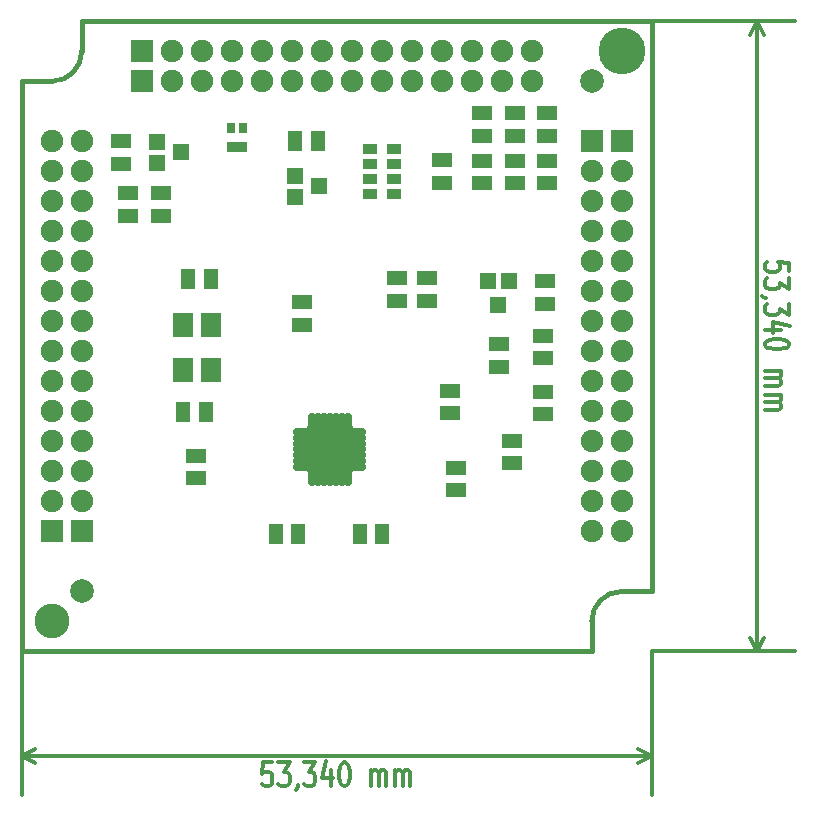
<source format=gts>
G04 (created by PCBNEW (2013-mar-13)-testing) date Fri 28 Jun 2013 11:02:49 AM CEST*
%MOIN*%
G04 Gerber Fmt 3.4, Leading zero omitted, Abs format*
%FSLAX34Y34*%
G01*
G70*
G90*
G04 APERTURE LIST*
%ADD10C,0.005906*%
%ADD11C,0.015000*%
%ADD12C,0.012000*%
%ADD13C,0.116000*%
%ADD14R,0.052000X0.052000*%
%ADD15R,0.027800X0.035700*%
%ADD16O,0.027000X0.055400*%
%ADD17O,0.055400X0.027000*%
%ADD18R,0.153800X0.153800*%
%ADD19R,0.047500X0.035700*%
%ADD20R,0.067200X0.079000*%
%ADD21C,0.078740*%
%ADD22C,0.156000*%
%ADD23C,0.075100*%
%ADD24R,0.075100X0.075100*%
%ADD25R,0.071000X0.051000*%
%ADD26R,0.051000X0.071000*%
G04 APERTURE END LIST*
G54D10*
G54D11*
X21000Y-19000D02*
X40000Y-19000D01*
X21000Y-19500D02*
X21000Y-19000D01*
X19000Y-21000D02*
X19500Y-21000D01*
X19000Y-40000D02*
X19000Y-21000D01*
X40000Y-19000D02*
X40000Y-38000D01*
X38000Y-40000D02*
X19000Y-40000D01*
X38000Y-39000D02*
X38000Y-40000D01*
X40000Y-38000D02*
X39000Y-38000D01*
X39000Y-38000D02*
G75*
G03X38000Y-39000I0J-1000D01*
G74*
G01*
X21000Y-19500D02*
X21000Y-20000D01*
X19500Y-21000D02*
X20000Y-21000D01*
X20000Y-21000D02*
G75*
G03X21000Y-20000I0J1000D01*
G74*
G01*
G54D12*
X27328Y-43700D02*
X27042Y-43700D01*
X27014Y-44081D01*
X27042Y-44043D01*
X27099Y-44005D01*
X27242Y-44005D01*
X27299Y-44043D01*
X27328Y-44081D01*
X27357Y-44158D01*
X27357Y-44348D01*
X27328Y-44424D01*
X27299Y-44462D01*
X27242Y-44500D01*
X27099Y-44500D01*
X27042Y-44462D01*
X27014Y-44424D01*
X27557Y-43700D02*
X27928Y-43700D01*
X27728Y-44005D01*
X27814Y-44005D01*
X27871Y-44043D01*
X27899Y-44081D01*
X27928Y-44158D01*
X27928Y-44348D01*
X27899Y-44424D01*
X27871Y-44462D01*
X27814Y-44500D01*
X27642Y-44500D01*
X27585Y-44462D01*
X27557Y-44424D01*
X28214Y-44462D02*
X28214Y-44500D01*
X28185Y-44577D01*
X28157Y-44615D01*
X28414Y-43700D02*
X28785Y-43700D01*
X28585Y-44005D01*
X28671Y-44005D01*
X28728Y-44043D01*
X28757Y-44081D01*
X28785Y-44158D01*
X28785Y-44348D01*
X28757Y-44424D01*
X28728Y-44462D01*
X28671Y-44500D01*
X28500Y-44500D01*
X28442Y-44462D01*
X28414Y-44424D01*
X29300Y-43967D02*
X29300Y-44500D01*
X29157Y-43662D02*
X29014Y-44234D01*
X29385Y-44234D01*
X29728Y-43700D02*
X29785Y-43700D01*
X29842Y-43739D01*
X29871Y-43777D01*
X29900Y-43853D01*
X29928Y-44005D01*
X29928Y-44196D01*
X29900Y-44348D01*
X29871Y-44424D01*
X29842Y-44462D01*
X29785Y-44500D01*
X29728Y-44500D01*
X29671Y-44462D01*
X29642Y-44424D01*
X29614Y-44348D01*
X29585Y-44196D01*
X29585Y-44005D01*
X29614Y-43853D01*
X29642Y-43777D01*
X29671Y-43739D01*
X29728Y-43700D01*
X30642Y-44500D02*
X30642Y-43967D01*
X30642Y-44043D02*
X30671Y-44005D01*
X30728Y-43967D01*
X30814Y-43967D01*
X30871Y-44005D01*
X30900Y-44081D01*
X30900Y-44500D01*
X30900Y-44081D02*
X30928Y-44005D01*
X30985Y-43967D01*
X31071Y-43967D01*
X31128Y-44005D01*
X31157Y-44081D01*
X31157Y-44500D01*
X31442Y-44500D02*
X31442Y-43967D01*
X31442Y-44043D02*
X31471Y-44005D01*
X31528Y-43967D01*
X31614Y-43967D01*
X31671Y-44005D01*
X31700Y-44081D01*
X31700Y-44500D01*
X31700Y-44081D02*
X31728Y-44005D01*
X31785Y-43967D01*
X31871Y-43967D01*
X31928Y-44005D01*
X31957Y-44081D01*
X31957Y-44500D01*
X19000Y-43499D02*
X40000Y-43499D01*
X19000Y-40000D02*
X19000Y-44779D01*
X40000Y-40000D02*
X40000Y-44779D01*
X40000Y-43499D02*
X39557Y-43729D01*
X40000Y-43499D02*
X39557Y-43269D01*
X19000Y-43499D02*
X19443Y-43729D01*
X19000Y-43499D02*
X19443Y-43269D01*
X44577Y-27328D02*
X44577Y-27042D01*
X44196Y-27014D01*
X44234Y-27042D01*
X44272Y-27099D01*
X44272Y-27242D01*
X44234Y-27299D01*
X44196Y-27328D01*
X44119Y-27357D01*
X43929Y-27357D01*
X43853Y-27328D01*
X43815Y-27299D01*
X43777Y-27242D01*
X43777Y-27099D01*
X43815Y-27042D01*
X43853Y-27014D01*
X44577Y-27557D02*
X44577Y-27928D01*
X44272Y-27728D01*
X44272Y-27814D01*
X44234Y-27871D01*
X44196Y-27899D01*
X44119Y-27928D01*
X43929Y-27928D01*
X43853Y-27899D01*
X43815Y-27871D01*
X43777Y-27814D01*
X43777Y-27642D01*
X43815Y-27585D01*
X43853Y-27557D01*
X43815Y-28214D02*
X43777Y-28214D01*
X43700Y-28185D01*
X43662Y-28157D01*
X44577Y-28414D02*
X44577Y-28785D01*
X44272Y-28585D01*
X44272Y-28671D01*
X44234Y-28728D01*
X44196Y-28757D01*
X44119Y-28785D01*
X43929Y-28785D01*
X43853Y-28757D01*
X43815Y-28728D01*
X43777Y-28671D01*
X43777Y-28500D01*
X43815Y-28442D01*
X43853Y-28414D01*
X44310Y-29300D02*
X43777Y-29300D01*
X44615Y-29157D02*
X44043Y-29014D01*
X44043Y-29385D01*
X44577Y-29728D02*
X44577Y-29785D01*
X44539Y-29842D01*
X44500Y-29871D01*
X44424Y-29900D01*
X44272Y-29928D01*
X44081Y-29928D01*
X43929Y-29900D01*
X43853Y-29871D01*
X43815Y-29842D01*
X43777Y-29785D01*
X43777Y-29728D01*
X43815Y-29671D01*
X43853Y-29642D01*
X43929Y-29614D01*
X44081Y-29585D01*
X44272Y-29585D01*
X44424Y-29614D01*
X44500Y-29642D01*
X44539Y-29671D01*
X44577Y-29728D01*
X43777Y-30642D02*
X44310Y-30642D01*
X44234Y-30642D02*
X44272Y-30671D01*
X44310Y-30728D01*
X44310Y-30814D01*
X44272Y-30871D01*
X44196Y-30900D01*
X43777Y-30900D01*
X44196Y-30900D02*
X44272Y-30928D01*
X44310Y-30985D01*
X44310Y-31071D01*
X44272Y-31128D01*
X44196Y-31157D01*
X43777Y-31157D01*
X43777Y-31442D02*
X44310Y-31442D01*
X44234Y-31442D02*
X44272Y-31471D01*
X44310Y-31528D01*
X44310Y-31614D01*
X44272Y-31671D01*
X44196Y-31700D01*
X43777Y-31700D01*
X44196Y-31700D02*
X44272Y-31728D01*
X44310Y-31785D01*
X44310Y-31871D01*
X44272Y-31928D01*
X44196Y-31957D01*
X43777Y-31957D01*
X43499Y-19000D02*
X43499Y-40000D01*
X40000Y-19000D02*
X44779Y-19000D01*
X40000Y-40000D02*
X44779Y-40000D01*
X43499Y-40000D02*
X43269Y-39557D01*
X43499Y-40000D02*
X43729Y-39557D01*
X43499Y-19000D02*
X43269Y-19443D01*
X43499Y-19000D02*
X43729Y-19443D01*
G54D13*
X20000Y-39000D03*
G54D14*
X34543Y-27641D03*
X35243Y-27641D03*
X34893Y-28441D03*
X28100Y-24850D03*
X28100Y-24150D03*
X28900Y-24500D03*
X23508Y-23706D03*
X23508Y-23006D03*
X24308Y-23356D03*
G54D15*
X25975Y-22549D03*
X26369Y-22549D03*
X26369Y-23179D03*
X26172Y-23179D03*
X25975Y-23179D03*
G54D16*
X28679Y-32325D03*
X29664Y-32325D03*
X29861Y-32325D03*
X29270Y-32325D03*
X29467Y-32325D03*
X29073Y-32325D03*
X28876Y-32325D03*
X28876Y-34215D03*
X29073Y-34215D03*
X29467Y-34215D03*
X29270Y-34215D03*
X29664Y-34215D03*
X29861Y-34215D03*
X28679Y-34215D03*
G54D17*
X30215Y-33270D03*
X30215Y-33467D03*
X30215Y-33861D03*
X30215Y-33664D03*
X30215Y-32876D03*
X30215Y-33073D03*
X30215Y-32679D03*
X28325Y-32679D03*
X28325Y-33073D03*
X28325Y-32876D03*
X28325Y-33664D03*
X28325Y-33861D03*
X28325Y-33467D03*
X28325Y-33270D03*
G54D18*
X29270Y-33270D03*
G54D19*
X31394Y-23262D03*
X31394Y-23754D03*
X31394Y-24738D03*
X31394Y-24246D03*
X30606Y-24246D03*
X30606Y-24738D03*
X30606Y-23754D03*
X30606Y-23262D03*
G54D20*
X25295Y-29133D03*
X25295Y-30629D03*
X24389Y-30629D03*
X24389Y-29133D03*
G54D21*
X21000Y-38000D03*
X38000Y-21000D03*
G54D22*
X39000Y-20000D03*
G54D23*
X36000Y-21000D03*
X35000Y-21000D03*
X34000Y-21000D03*
X33000Y-21000D03*
X32000Y-21000D03*
X31000Y-21000D03*
X30000Y-21000D03*
X29000Y-21000D03*
X28000Y-21000D03*
X27000Y-21000D03*
X26000Y-21000D03*
X25000Y-21000D03*
X24000Y-21000D03*
G54D24*
X23000Y-21000D03*
X23000Y-20000D03*
G54D23*
X24000Y-20000D03*
X25000Y-20000D03*
X26000Y-20000D03*
X27000Y-20000D03*
X28000Y-20000D03*
X29000Y-20000D03*
X30000Y-20000D03*
X31000Y-20000D03*
X32000Y-20000D03*
X33000Y-20000D03*
X34000Y-20000D03*
X35000Y-20000D03*
X36000Y-20000D03*
X21000Y-23000D03*
X21000Y-24000D03*
X21000Y-25000D03*
X21000Y-26000D03*
X21000Y-27000D03*
X21000Y-28000D03*
X21000Y-29000D03*
X21000Y-30000D03*
X21000Y-31000D03*
X21000Y-32000D03*
X21000Y-33000D03*
X21000Y-34000D03*
X21000Y-35000D03*
G54D24*
X21000Y-36000D03*
X20000Y-36000D03*
G54D23*
X20000Y-35000D03*
X20000Y-34000D03*
X20000Y-33000D03*
X20000Y-32000D03*
X20000Y-31000D03*
X20000Y-30000D03*
X20000Y-29000D03*
X20000Y-28000D03*
X20000Y-27000D03*
X20000Y-26000D03*
X20000Y-25000D03*
X20000Y-24000D03*
X20000Y-23000D03*
X38000Y-36000D03*
X38000Y-35000D03*
X38000Y-34000D03*
X38000Y-33000D03*
X38000Y-32000D03*
X38000Y-31000D03*
X38000Y-30000D03*
X38000Y-29000D03*
X38000Y-28000D03*
X38000Y-27000D03*
X38000Y-26000D03*
X38000Y-25000D03*
X38000Y-24000D03*
G54D24*
X38000Y-23000D03*
X39000Y-23000D03*
G54D23*
X39000Y-24000D03*
X39000Y-25000D03*
X39000Y-26000D03*
X39000Y-27000D03*
X39000Y-28000D03*
X39000Y-29000D03*
X39000Y-30000D03*
X39000Y-31000D03*
X39000Y-32000D03*
X39000Y-33000D03*
X39000Y-34000D03*
X39000Y-35000D03*
X39000Y-36000D03*
G54D25*
X34922Y-30513D03*
X34922Y-29763D03*
G54D26*
X28125Y-23000D03*
X28875Y-23000D03*
G54D25*
X23632Y-25474D03*
X23632Y-24724D03*
X22304Y-22991D03*
X22304Y-23741D03*
X33000Y-23625D03*
X33000Y-24375D03*
G54D26*
X30275Y-36100D03*
X31025Y-36100D03*
X28225Y-36100D03*
X27475Y-36100D03*
G54D25*
X31502Y-28306D03*
X31502Y-27556D03*
X32502Y-28306D03*
X32502Y-27556D03*
G54D26*
X24546Y-27578D03*
X25296Y-27578D03*
X25131Y-32027D03*
X24381Y-32027D03*
G54D25*
X35354Y-33721D03*
X35354Y-32971D03*
X33464Y-34626D03*
X33464Y-33876D03*
X24803Y-34233D03*
X24803Y-33483D03*
X36368Y-31347D03*
X36368Y-32097D03*
X36516Y-22066D03*
X36516Y-22816D03*
X35433Y-22066D03*
X35433Y-22816D03*
X34350Y-22066D03*
X34350Y-22816D03*
X36368Y-30227D03*
X36368Y-29477D03*
X36437Y-27656D03*
X36437Y-28406D03*
X36516Y-23641D03*
X36516Y-24391D03*
X35433Y-23641D03*
X35433Y-24391D03*
X34350Y-23641D03*
X34350Y-24391D03*
X22530Y-24724D03*
X22530Y-25474D03*
X33267Y-32067D03*
X33267Y-31317D03*
X28346Y-29115D03*
X28346Y-28365D03*
M02*

</source>
